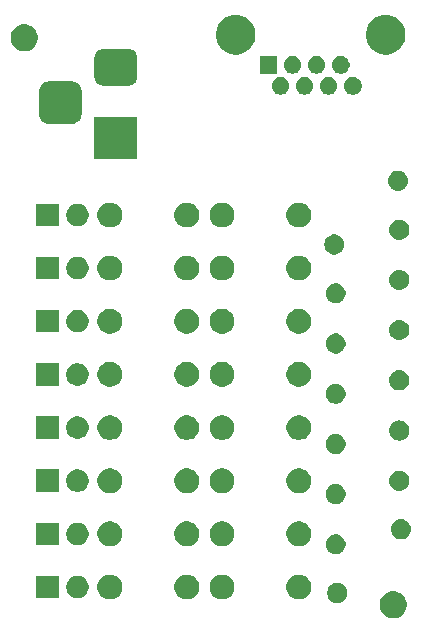
<source format=gbr>
G04 #@! TF.GenerationSoftware,KiCad,Pcbnew,(5.1.4)-1*
G04 #@! TF.CreationDate,2020-01-04T22:14:38+00:00*
G04 #@! TF.ProjectId,SPS-SN2-IOTester,5350532d-534e-4322-9d49-4f5465737465,1*
G04 #@! TF.SameCoordinates,Original*
G04 #@! TF.FileFunction,Soldermask,Bot*
G04 #@! TF.FilePolarity,Negative*
%FSLAX46Y46*%
G04 Gerber Fmt 4.6, Leading zero omitted, Abs format (unit mm)*
G04 Created by KiCad (PCBNEW (5.1.4)-1) date 2020-01-04 22:14:38*
%MOMM*%
%LPD*%
G04 APERTURE LIST*
%ADD10C,0.100000*%
G04 APERTURE END LIST*
D10*
G36*
X115474549Y-85621116D02*
G01*
X115585734Y-85643232D01*
X115795203Y-85729997D01*
X115983720Y-85855960D01*
X116144040Y-86016280D01*
X116270003Y-86204797D01*
X116356768Y-86414266D01*
X116401000Y-86636636D01*
X116401000Y-86863364D01*
X116356768Y-87085734D01*
X116270003Y-87295203D01*
X116144040Y-87483720D01*
X115983720Y-87644040D01*
X115795203Y-87770003D01*
X115585734Y-87856768D01*
X115474549Y-87878884D01*
X115363365Y-87901000D01*
X115136635Y-87901000D01*
X115025451Y-87878884D01*
X114914266Y-87856768D01*
X114704797Y-87770003D01*
X114516280Y-87644040D01*
X114355960Y-87483720D01*
X114229997Y-87295203D01*
X114143232Y-87085734D01*
X114099000Y-86863364D01*
X114099000Y-86636636D01*
X114143232Y-86414266D01*
X114229997Y-86204797D01*
X114355960Y-86016280D01*
X114516280Y-85855960D01*
X114704797Y-85729997D01*
X114914266Y-85643232D01*
X115025451Y-85621116D01*
X115136635Y-85599000D01*
X115363365Y-85599000D01*
X115474549Y-85621116D01*
X115474549Y-85621116D01*
G37*
G36*
X110748228Y-84931703D02*
G01*
X110903100Y-84995853D01*
X111042481Y-85088985D01*
X111161015Y-85207519D01*
X111254147Y-85346900D01*
X111318297Y-85501772D01*
X111351000Y-85666184D01*
X111351000Y-85833816D01*
X111318297Y-85998228D01*
X111254147Y-86153100D01*
X111161015Y-86292481D01*
X111042481Y-86411015D01*
X110903100Y-86504147D01*
X110748228Y-86568297D01*
X110583816Y-86601000D01*
X110416184Y-86601000D01*
X110251772Y-86568297D01*
X110096900Y-86504147D01*
X109957519Y-86411015D01*
X109838985Y-86292481D01*
X109745853Y-86153100D01*
X109681703Y-85998228D01*
X109649000Y-85833816D01*
X109649000Y-85666184D01*
X109681703Y-85501772D01*
X109745853Y-85346900D01*
X109838985Y-85207519D01*
X109957519Y-85088985D01*
X110096900Y-84995853D01*
X110251772Y-84931703D01*
X110416184Y-84899000D01*
X110583816Y-84899000D01*
X110748228Y-84931703D01*
X110748228Y-84931703D01*
G37*
G36*
X107556564Y-84239389D02*
G01*
X107747833Y-84318615D01*
X107747835Y-84318616D01*
X107773174Y-84335547D01*
X107919973Y-84433635D01*
X108066365Y-84580027D01*
X108181385Y-84752167D01*
X108260611Y-84943436D01*
X108301000Y-85146484D01*
X108301000Y-85353516D01*
X108260611Y-85556564D01*
X108188773Y-85729996D01*
X108181384Y-85747835D01*
X108066365Y-85919973D01*
X107919973Y-86066365D01*
X107747835Y-86181384D01*
X107747834Y-86181385D01*
X107747833Y-86181385D01*
X107556564Y-86260611D01*
X107353516Y-86301000D01*
X107146484Y-86301000D01*
X106943436Y-86260611D01*
X106752167Y-86181385D01*
X106752166Y-86181385D01*
X106752165Y-86181384D01*
X106580027Y-86066365D01*
X106433635Y-85919973D01*
X106318616Y-85747835D01*
X106311227Y-85729996D01*
X106239389Y-85556564D01*
X106199000Y-85353516D01*
X106199000Y-85146484D01*
X106239389Y-84943436D01*
X106318615Y-84752167D01*
X106433635Y-84580027D01*
X106580027Y-84433635D01*
X106726826Y-84335547D01*
X106752165Y-84318616D01*
X106752167Y-84318615D01*
X106943436Y-84239389D01*
X107146484Y-84199000D01*
X107353516Y-84199000D01*
X107556564Y-84239389D01*
X107556564Y-84239389D01*
G37*
G36*
X98056564Y-84239389D02*
G01*
X98247833Y-84318615D01*
X98247835Y-84318616D01*
X98273174Y-84335547D01*
X98419973Y-84433635D01*
X98566365Y-84580027D01*
X98681385Y-84752167D01*
X98760611Y-84943436D01*
X98801000Y-85146484D01*
X98801000Y-85353516D01*
X98760611Y-85556564D01*
X98688773Y-85729996D01*
X98681384Y-85747835D01*
X98566365Y-85919973D01*
X98419973Y-86066365D01*
X98247835Y-86181384D01*
X98247834Y-86181385D01*
X98247833Y-86181385D01*
X98056564Y-86260611D01*
X97853516Y-86301000D01*
X97646484Y-86301000D01*
X97443436Y-86260611D01*
X97252167Y-86181385D01*
X97252166Y-86181385D01*
X97252165Y-86181384D01*
X97080027Y-86066365D01*
X96933635Y-85919973D01*
X96818616Y-85747835D01*
X96811227Y-85729996D01*
X96739389Y-85556564D01*
X96699000Y-85353516D01*
X96699000Y-85146484D01*
X96739389Y-84943436D01*
X96818615Y-84752167D01*
X96933635Y-84580027D01*
X97080027Y-84433635D01*
X97226826Y-84335547D01*
X97252165Y-84318616D01*
X97252167Y-84318615D01*
X97443436Y-84239389D01*
X97646484Y-84199000D01*
X97853516Y-84199000D01*
X98056564Y-84239389D01*
X98056564Y-84239389D01*
G37*
G36*
X101056564Y-84239389D02*
G01*
X101247833Y-84318615D01*
X101247835Y-84318616D01*
X101273174Y-84335547D01*
X101419973Y-84433635D01*
X101566365Y-84580027D01*
X101681385Y-84752167D01*
X101760611Y-84943436D01*
X101801000Y-85146484D01*
X101801000Y-85353516D01*
X101760611Y-85556564D01*
X101688773Y-85729996D01*
X101681384Y-85747835D01*
X101566365Y-85919973D01*
X101419973Y-86066365D01*
X101247835Y-86181384D01*
X101247834Y-86181385D01*
X101247833Y-86181385D01*
X101056564Y-86260611D01*
X100853516Y-86301000D01*
X100646484Y-86301000D01*
X100443436Y-86260611D01*
X100252167Y-86181385D01*
X100252166Y-86181385D01*
X100252165Y-86181384D01*
X100080027Y-86066365D01*
X99933635Y-85919973D01*
X99818616Y-85747835D01*
X99811227Y-85729996D01*
X99739389Y-85556564D01*
X99699000Y-85353516D01*
X99699000Y-85146484D01*
X99739389Y-84943436D01*
X99818615Y-84752167D01*
X99933635Y-84580027D01*
X100080027Y-84433635D01*
X100226826Y-84335547D01*
X100252165Y-84318616D01*
X100252167Y-84318615D01*
X100443436Y-84239389D01*
X100646484Y-84199000D01*
X100853516Y-84199000D01*
X101056564Y-84239389D01*
X101056564Y-84239389D01*
G37*
G36*
X91556564Y-84239389D02*
G01*
X91747833Y-84318615D01*
X91747835Y-84318616D01*
X91773174Y-84335547D01*
X91919973Y-84433635D01*
X92066365Y-84580027D01*
X92181385Y-84752167D01*
X92260611Y-84943436D01*
X92301000Y-85146484D01*
X92301000Y-85353516D01*
X92260611Y-85556564D01*
X92188773Y-85729996D01*
X92181384Y-85747835D01*
X92066365Y-85919973D01*
X91919973Y-86066365D01*
X91747835Y-86181384D01*
X91747834Y-86181385D01*
X91747833Y-86181385D01*
X91556564Y-86260611D01*
X91353516Y-86301000D01*
X91146484Y-86301000D01*
X90943436Y-86260611D01*
X90752167Y-86181385D01*
X90752166Y-86181385D01*
X90752165Y-86181384D01*
X90580027Y-86066365D01*
X90433635Y-85919973D01*
X90318616Y-85747835D01*
X90311227Y-85729996D01*
X90239389Y-85556564D01*
X90199000Y-85353516D01*
X90199000Y-85146484D01*
X90239389Y-84943436D01*
X90318615Y-84752167D01*
X90433635Y-84580027D01*
X90580027Y-84433635D01*
X90726826Y-84335547D01*
X90752165Y-84318616D01*
X90752167Y-84318615D01*
X90943436Y-84239389D01*
X91146484Y-84199000D01*
X91353516Y-84199000D01*
X91556564Y-84239389D01*
X91556564Y-84239389D01*
G37*
G36*
X88777395Y-84335546D02*
G01*
X88950466Y-84407234D01*
X88950467Y-84407235D01*
X89106227Y-84511310D01*
X89238690Y-84643773D01*
X89238691Y-84643775D01*
X89342766Y-84799534D01*
X89414454Y-84972605D01*
X89451000Y-85156333D01*
X89451000Y-85343667D01*
X89414454Y-85527395D01*
X89342766Y-85700466D01*
X89323034Y-85729997D01*
X89238690Y-85856227D01*
X89106227Y-85988690D01*
X89064935Y-86016280D01*
X88950466Y-86092766D01*
X88777395Y-86164454D01*
X88593667Y-86201000D01*
X88406333Y-86201000D01*
X88222605Y-86164454D01*
X88049534Y-86092766D01*
X87935065Y-86016280D01*
X87893773Y-85988690D01*
X87761310Y-85856227D01*
X87676966Y-85729997D01*
X87657234Y-85700466D01*
X87585546Y-85527395D01*
X87549000Y-85343667D01*
X87549000Y-85156333D01*
X87585546Y-84972605D01*
X87657234Y-84799534D01*
X87761309Y-84643775D01*
X87761310Y-84643773D01*
X87893773Y-84511310D01*
X88049533Y-84407235D01*
X88049534Y-84407234D01*
X88222605Y-84335546D01*
X88406333Y-84299000D01*
X88593667Y-84299000D01*
X88777395Y-84335546D01*
X88777395Y-84335546D01*
G37*
G36*
X86911000Y-86201000D02*
G01*
X85009000Y-86201000D01*
X85009000Y-84299000D01*
X86911000Y-84299000D01*
X86911000Y-86201000D01*
X86911000Y-86201000D01*
G37*
G36*
X110610074Y-80819857D02*
G01*
X110764946Y-80884007D01*
X110904327Y-80977139D01*
X111022861Y-81095673D01*
X111115993Y-81235054D01*
X111180143Y-81389926D01*
X111212846Y-81554338D01*
X111212846Y-81721970D01*
X111180143Y-81886382D01*
X111115993Y-82041254D01*
X111022861Y-82180635D01*
X110904327Y-82299169D01*
X110764946Y-82392301D01*
X110610074Y-82456451D01*
X110445662Y-82489154D01*
X110278030Y-82489154D01*
X110113618Y-82456451D01*
X109958746Y-82392301D01*
X109819365Y-82299169D01*
X109700831Y-82180635D01*
X109607699Y-82041254D01*
X109543549Y-81886382D01*
X109510846Y-81721970D01*
X109510846Y-81554338D01*
X109543549Y-81389926D01*
X109607699Y-81235054D01*
X109700831Y-81095673D01*
X109819365Y-80977139D01*
X109958746Y-80884007D01*
X110113618Y-80819857D01*
X110278030Y-80787154D01*
X110445662Y-80787154D01*
X110610074Y-80819857D01*
X110610074Y-80819857D01*
G37*
G36*
X98056564Y-79739389D02*
G01*
X98247833Y-79818615D01*
X98247835Y-79818616D01*
X98419973Y-79933635D01*
X98566365Y-80080027D01*
X98643202Y-80195021D01*
X98681385Y-80252167D01*
X98760611Y-80443436D01*
X98801000Y-80646484D01*
X98801000Y-80853516D01*
X98760611Y-81056564D01*
X98700977Y-81200533D01*
X98681384Y-81247835D01*
X98566365Y-81419973D01*
X98419973Y-81566365D01*
X98247835Y-81681384D01*
X98247834Y-81681385D01*
X98247833Y-81681385D01*
X98056564Y-81760611D01*
X97853516Y-81801000D01*
X97646484Y-81801000D01*
X97443436Y-81760611D01*
X97252167Y-81681385D01*
X97252166Y-81681385D01*
X97252165Y-81681384D01*
X97080027Y-81566365D01*
X96933635Y-81419973D01*
X96818616Y-81247835D01*
X96799023Y-81200533D01*
X96739389Y-81056564D01*
X96699000Y-80853516D01*
X96699000Y-80646484D01*
X96739389Y-80443436D01*
X96818615Y-80252167D01*
X96856799Y-80195021D01*
X96933635Y-80080027D01*
X97080027Y-79933635D01*
X97252165Y-79818616D01*
X97252167Y-79818615D01*
X97443436Y-79739389D01*
X97646484Y-79699000D01*
X97853516Y-79699000D01*
X98056564Y-79739389D01*
X98056564Y-79739389D01*
G37*
G36*
X101056564Y-79739389D02*
G01*
X101247833Y-79818615D01*
X101247835Y-79818616D01*
X101419973Y-79933635D01*
X101566365Y-80080027D01*
X101643202Y-80195021D01*
X101681385Y-80252167D01*
X101760611Y-80443436D01*
X101801000Y-80646484D01*
X101801000Y-80853516D01*
X101760611Y-81056564D01*
X101700977Y-81200533D01*
X101681384Y-81247835D01*
X101566365Y-81419973D01*
X101419973Y-81566365D01*
X101247835Y-81681384D01*
X101247834Y-81681385D01*
X101247833Y-81681385D01*
X101056564Y-81760611D01*
X100853516Y-81801000D01*
X100646484Y-81801000D01*
X100443436Y-81760611D01*
X100252167Y-81681385D01*
X100252166Y-81681385D01*
X100252165Y-81681384D01*
X100080027Y-81566365D01*
X99933635Y-81419973D01*
X99818616Y-81247835D01*
X99799023Y-81200533D01*
X99739389Y-81056564D01*
X99699000Y-80853516D01*
X99699000Y-80646484D01*
X99739389Y-80443436D01*
X99818615Y-80252167D01*
X99856799Y-80195021D01*
X99933635Y-80080027D01*
X100080027Y-79933635D01*
X100252165Y-79818616D01*
X100252167Y-79818615D01*
X100443436Y-79739389D01*
X100646484Y-79699000D01*
X100853516Y-79699000D01*
X101056564Y-79739389D01*
X101056564Y-79739389D01*
G37*
G36*
X107556564Y-79739389D02*
G01*
X107747833Y-79818615D01*
X107747835Y-79818616D01*
X107919973Y-79933635D01*
X108066365Y-80080027D01*
X108143202Y-80195021D01*
X108181385Y-80252167D01*
X108260611Y-80443436D01*
X108301000Y-80646484D01*
X108301000Y-80853516D01*
X108260611Y-81056564D01*
X108200977Y-81200533D01*
X108181384Y-81247835D01*
X108066365Y-81419973D01*
X107919973Y-81566365D01*
X107747835Y-81681384D01*
X107747834Y-81681385D01*
X107747833Y-81681385D01*
X107556564Y-81760611D01*
X107353516Y-81801000D01*
X107146484Y-81801000D01*
X106943436Y-81760611D01*
X106752167Y-81681385D01*
X106752166Y-81681385D01*
X106752165Y-81681384D01*
X106580027Y-81566365D01*
X106433635Y-81419973D01*
X106318616Y-81247835D01*
X106299023Y-81200533D01*
X106239389Y-81056564D01*
X106199000Y-80853516D01*
X106199000Y-80646484D01*
X106239389Y-80443436D01*
X106318615Y-80252167D01*
X106356799Y-80195021D01*
X106433635Y-80080027D01*
X106580027Y-79933635D01*
X106752165Y-79818616D01*
X106752167Y-79818615D01*
X106943436Y-79739389D01*
X107146484Y-79699000D01*
X107353516Y-79699000D01*
X107556564Y-79739389D01*
X107556564Y-79739389D01*
G37*
G36*
X91556564Y-79739389D02*
G01*
X91747833Y-79818615D01*
X91747835Y-79818616D01*
X91919973Y-79933635D01*
X92066365Y-80080027D01*
X92143202Y-80195021D01*
X92181385Y-80252167D01*
X92260611Y-80443436D01*
X92301000Y-80646484D01*
X92301000Y-80853516D01*
X92260611Y-81056564D01*
X92200977Y-81200533D01*
X92181384Y-81247835D01*
X92066365Y-81419973D01*
X91919973Y-81566365D01*
X91747835Y-81681384D01*
X91747834Y-81681385D01*
X91747833Y-81681385D01*
X91556564Y-81760611D01*
X91353516Y-81801000D01*
X91146484Y-81801000D01*
X90943436Y-81760611D01*
X90752167Y-81681385D01*
X90752166Y-81681385D01*
X90752165Y-81681384D01*
X90580027Y-81566365D01*
X90433635Y-81419973D01*
X90318616Y-81247835D01*
X90299023Y-81200533D01*
X90239389Y-81056564D01*
X90199000Y-80853516D01*
X90199000Y-80646484D01*
X90239389Y-80443436D01*
X90318615Y-80252167D01*
X90356799Y-80195021D01*
X90433635Y-80080027D01*
X90580027Y-79933635D01*
X90752165Y-79818616D01*
X90752167Y-79818615D01*
X90943436Y-79739389D01*
X91146484Y-79699000D01*
X91353516Y-79699000D01*
X91556564Y-79739389D01*
X91556564Y-79739389D01*
G37*
G36*
X88777395Y-79835546D02*
G01*
X88950466Y-79907234D01*
X88950467Y-79907235D01*
X89106227Y-80011310D01*
X89238690Y-80143773D01*
X89238691Y-80143775D01*
X89342766Y-80299534D01*
X89414454Y-80472605D01*
X89451000Y-80656333D01*
X89451000Y-80843667D01*
X89414454Y-81027395D01*
X89342766Y-81200466D01*
X89342765Y-81200467D01*
X89238690Y-81356227D01*
X89106227Y-81488690D01*
X89027818Y-81541081D01*
X88950466Y-81592766D01*
X88777395Y-81664454D01*
X88593667Y-81701000D01*
X88406333Y-81701000D01*
X88222605Y-81664454D01*
X88049534Y-81592766D01*
X87972182Y-81541081D01*
X87893773Y-81488690D01*
X87761310Y-81356227D01*
X87657235Y-81200467D01*
X87657234Y-81200466D01*
X87585546Y-81027395D01*
X87549000Y-80843667D01*
X87549000Y-80656333D01*
X87585546Y-80472605D01*
X87657234Y-80299534D01*
X87761309Y-80143775D01*
X87761310Y-80143773D01*
X87893773Y-80011310D01*
X88049533Y-79907235D01*
X88049534Y-79907234D01*
X88222605Y-79835546D01*
X88406333Y-79799000D01*
X88593667Y-79799000D01*
X88777395Y-79835546D01*
X88777395Y-79835546D01*
G37*
G36*
X86911000Y-81701000D02*
G01*
X85009000Y-81701000D01*
X85009000Y-79799000D01*
X86911000Y-79799000D01*
X86911000Y-81701000D01*
X86911000Y-81701000D01*
G37*
G36*
X116054977Y-79523159D02*
G01*
X116215396Y-79571822D01*
X116348060Y-79642732D01*
X116363232Y-79650842D01*
X116492813Y-79757187D01*
X116599158Y-79886768D01*
X116599159Y-79886770D01*
X116678178Y-80034604D01*
X116726841Y-80195023D01*
X116743271Y-80361846D01*
X116726841Y-80528669D01*
X116678178Y-80689088D01*
X116608280Y-80819857D01*
X116599158Y-80836924D01*
X116492813Y-80966505D01*
X116363232Y-81072850D01*
X116363230Y-81072851D01*
X116215396Y-81151870D01*
X116054977Y-81200533D01*
X115929958Y-81212846D01*
X115846350Y-81212846D01*
X115721331Y-81200533D01*
X115560912Y-81151870D01*
X115413078Y-81072851D01*
X115413076Y-81072850D01*
X115283495Y-80966505D01*
X115177150Y-80836924D01*
X115168028Y-80819857D01*
X115098130Y-80689088D01*
X115049467Y-80528669D01*
X115033037Y-80361846D01*
X115049467Y-80195023D01*
X115098130Y-80034604D01*
X115177149Y-79886770D01*
X115177150Y-79886768D01*
X115283495Y-79757187D01*
X115413076Y-79650842D01*
X115428248Y-79642732D01*
X115560912Y-79571822D01*
X115721331Y-79523159D01*
X115846350Y-79510846D01*
X115929958Y-79510846D01*
X116054977Y-79523159D01*
X116054977Y-79523159D01*
G37*
G36*
X110610074Y-76569857D02*
G01*
X110764946Y-76634007D01*
X110904327Y-76727139D01*
X111022861Y-76845673D01*
X111115993Y-76985054D01*
X111180143Y-77139926D01*
X111212846Y-77304338D01*
X111212846Y-77471970D01*
X111180143Y-77636382D01*
X111115993Y-77791254D01*
X111022861Y-77930635D01*
X110904327Y-78049169D01*
X110764946Y-78142301D01*
X110610074Y-78206451D01*
X110445662Y-78239154D01*
X110278030Y-78239154D01*
X110113618Y-78206451D01*
X109958746Y-78142301D01*
X109819365Y-78049169D01*
X109700831Y-77930635D01*
X109607699Y-77791254D01*
X109543549Y-77636382D01*
X109510846Y-77471970D01*
X109510846Y-77304338D01*
X109543549Y-77139926D01*
X109607699Y-76985054D01*
X109700831Y-76845673D01*
X109819365Y-76727139D01*
X109958746Y-76634007D01*
X110113618Y-76569857D01*
X110278030Y-76537154D01*
X110445662Y-76537154D01*
X110610074Y-76569857D01*
X110610074Y-76569857D01*
G37*
G36*
X91556564Y-75239389D02*
G01*
X91747833Y-75318615D01*
X91747835Y-75318616D01*
X91773174Y-75335547D01*
X91919973Y-75433635D01*
X92066365Y-75580027D01*
X92181385Y-75752167D01*
X92260611Y-75943436D01*
X92301000Y-76146484D01*
X92301000Y-76353516D01*
X92260611Y-76556564D01*
X92181385Y-76747833D01*
X92181384Y-76747835D01*
X92066365Y-76919973D01*
X91919973Y-77066365D01*
X91747835Y-77181384D01*
X91747834Y-77181385D01*
X91747833Y-77181385D01*
X91556564Y-77260611D01*
X91353516Y-77301000D01*
X91146484Y-77301000D01*
X90943436Y-77260611D01*
X90752167Y-77181385D01*
X90752166Y-77181385D01*
X90752165Y-77181384D01*
X90580027Y-77066365D01*
X90433635Y-76919973D01*
X90318616Y-76747835D01*
X90318615Y-76747833D01*
X90239389Y-76556564D01*
X90199000Y-76353516D01*
X90199000Y-76146484D01*
X90239389Y-75943436D01*
X90318615Y-75752167D01*
X90433635Y-75580027D01*
X90580027Y-75433635D01*
X90726826Y-75335547D01*
X90752165Y-75318616D01*
X90752167Y-75318615D01*
X90943436Y-75239389D01*
X91146484Y-75199000D01*
X91353516Y-75199000D01*
X91556564Y-75239389D01*
X91556564Y-75239389D01*
G37*
G36*
X98056564Y-75239389D02*
G01*
X98247833Y-75318615D01*
X98247835Y-75318616D01*
X98273174Y-75335547D01*
X98419973Y-75433635D01*
X98566365Y-75580027D01*
X98681385Y-75752167D01*
X98760611Y-75943436D01*
X98801000Y-76146484D01*
X98801000Y-76353516D01*
X98760611Y-76556564D01*
X98681385Y-76747833D01*
X98681384Y-76747835D01*
X98566365Y-76919973D01*
X98419973Y-77066365D01*
X98247835Y-77181384D01*
X98247834Y-77181385D01*
X98247833Y-77181385D01*
X98056564Y-77260611D01*
X97853516Y-77301000D01*
X97646484Y-77301000D01*
X97443436Y-77260611D01*
X97252167Y-77181385D01*
X97252166Y-77181385D01*
X97252165Y-77181384D01*
X97080027Y-77066365D01*
X96933635Y-76919973D01*
X96818616Y-76747835D01*
X96818615Y-76747833D01*
X96739389Y-76556564D01*
X96699000Y-76353516D01*
X96699000Y-76146484D01*
X96739389Y-75943436D01*
X96818615Y-75752167D01*
X96933635Y-75580027D01*
X97080027Y-75433635D01*
X97226826Y-75335547D01*
X97252165Y-75318616D01*
X97252167Y-75318615D01*
X97443436Y-75239389D01*
X97646484Y-75199000D01*
X97853516Y-75199000D01*
X98056564Y-75239389D01*
X98056564Y-75239389D01*
G37*
G36*
X107556564Y-75239389D02*
G01*
X107747833Y-75318615D01*
X107747835Y-75318616D01*
X107773174Y-75335547D01*
X107919973Y-75433635D01*
X108066365Y-75580027D01*
X108181385Y-75752167D01*
X108260611Y-75943436D01*
X108301000Y-76146484D01*
X108301000Y-76353516D01*
X108260611Y-76556564D01*
X108181385Y-76747833D01*
X108181384Y-76747835D01*
X108066365Y-76919973D01*
X107919973Y-77066365D01*
X107747835Y-77181384D01*
X107747834Y-77181385D01*
X107747833Y-77181385D01*
X107556564Y-77260611D01*
X107353516Y-77301000D01*
X107146484Y-77301000D01*
X106943436Y-77260611D01*
X106752167Y-77181385D01*
X106752166Y-77181385D01*
X106752165Y-77181384D01*
X106580027Y-77066365D01*
X106433635Y-76919973D01*
X106318616Y-76747835D01*
X106318615Y-76747833D01*
X106239389Y-76556564D01*
X106199000Y-76353516D01*
X106199000Y-76146484D01*
X106239389Y-75943436D01*
X106318615Y-75752167D01*
X106433635Y-75580027D01*
X106580027Y-75433635D01*
X106726826Y-75335547D01*
X106752165Y-75318616D01*
X106752167Y-75318615D01*
X106943436Y-75239389D01*
X107146484Y-75199000D01*
X107353516Y-75199000D01*
X107556564Y-75239389D01*
X107556564Y-75239389D01*
G37*
G36*
X101056564Y-75239389D02*
G01*
X101247833Y-75318615D01*
X101247835Y-75318616D01*
X101273174Y-75335547D01*
X101419973Y-75433635D01*
X101566365Y-75580027D01*
X101681385Y-75752167D01*
X101760611Y-75943436D01*
X101801000Y-76146484D01*
X101801000Y-76353516D01*
X101760611Y-76556564D01*
X101681385Y-76747833D01*
X101681384Y-76747835D01*
X101566365Y-76919973D01*
X101419973Y-77066365D01*
X101247835Y-77181384D01*
X101247834Y-77181385D01*
X101247833Y-77181385D01*
X101056564Y-77260611D01*
X100853516Y-77301000D01*
X100646484Y-77301000D01*
X100443436Y-77260611D01*
X100252167Y-77181385D01*
X100252166Y-77181385D01*
X100252165Y-77181384D01*
X100080027Y-77066365D01*
X99933635Y-76919973D01*
X99818616Y-76747835D01*
X99818615Y-76747833D01*
X99739389Y-76556564D01*
X99699000Y-76353516D01*
X99699000Y-76146484D01*
X99739389Y-75943436D01*
X99818615Y-75752167D01*
X99933635Y-75580027D01*
X100080027Y-75433635D01*
X100226826Y-75335547D01*
X100252165Y-75318616D01*
X100252167Y-75318615D01*
X100443436Y-75239389D01*
X100646484Y-75199000D01*
X100853516Y-75199000D01*
X101056564Y-75239389D01*
X101056564Y-75239389D01*
G37*
G36*
X88777395Y-75335546D02*
G01*
X88950466Y-75407234D01*
X88956572Y-75411314D01*
X89106227Y-75511310D01*
X89238690Y-75643773D01*
X89291081Y-75722182D01*
X89342766Y-75799534D01*
X89414454Y-75972605D01*
X89451000Y-76156333D01*
X89451000Y-76343667D01*
X89414454Y-76527395D01*
X89342766Y-76700466D01*
X89311116Y-76747833D01*
X89238690Y-76856227D01*
X89106227Y-76988690D01*
X89029400Y-77040024D01*
X88950466Y-77092766D01*
X88777395Y-77164454D01*
X88593667Y-77201000D01*
X88406333Y-77201000D01*
X88222605Y-77164454D01*
X88049534Y-77092766D01*
X87970600Y-77040024D01*
X87893773Y-76988690D01*
X87761310Y-76856227D01*
X87688884Y-76747833D01*
X87657234Y-76700466D01*
X87585546Y-76527395D01*
X87549000Y-76343667D01*
X87549000Y-76156333D01*
X87585546Y-75972605D01*
X87657234Y-75799534D01*
X87708919Y-75722182D01*
X87761310Y-75643773D01*
X87893773Y-75511310D01*
X88043428Y-75411314D01*
X88049534Y-75407234D01*
X88222605Y-75335546D01*
X88406333Y-75299000D01*
X88593667Y-75299000D01*
X88777395Y-75335546D01*
X88777395Y-75335546D01*
G37*
G36*
X86911000Y-77201000D02*
G01*
X85009000Y-77201000D01*
X85009000Y-75299000D01*
X86911000Y-75299000D01*
X86911000Y-77201000D01*
X86911000Y-77201000D01*
G37*
G36*
X115916823Y-75411313D02*
G01*
X116077242Y-75459976D01*
X116173279Y-75511309D01*
X116225078Y-75538996D01*
X116354659Y-75645341D01*
X116461004Y-75774922D01*
X116461005Y-75774924D01*
X116540024Y-75922758D01*
X116588687Y-76083177D01*
X116605117Y-76250000D01*
X116588687Y-76416823D01*
X116540024Y-76577242D01*
X116509683Y-76634006D01*
X116461004Y-76725078D01*
X116354659Y-76854659D01*
X116225078Y-76961004D01*
X116225076Y-76961005D01*
X116077242Y-77040024D01*
X115916823Y-77088687D01*
X115791804Y-77101000D01*
X115708196Y-77101000D01*
X115583177Y-77088687D01*
X115422758Y-77040024D01*
X115274924Y-76961005D01*
X115274922Y-76961004D01*
X115145341Y-76854659D01*
X115038996Y-76725078D01*
X114990317Y-76634006D01*
X114959976Y-76577242D01*
X114911313Y-76416823D01*
X114894883Y-76250000D01*
X114911313Y-76083177D01*
X114959976Y-75922758D01*
X115038995Y-75774924D01*
X115038996Y-75774922D01*
X115145341Y-75645341D01*
X115274922Y-75538996D01*
X115326721Y-75511309D01*
X115422758Y-75459976D01*
X115583177Y-75411313D01*
X115708196Y-75399000D01*
X115791804Y-75399000D01*
X115916823Y-75411313D01*
X115916823Y-75411313D01*
G37*
G36*
X110610074Y-72319857D02*
G01*
X110764946Y-72384007D01*
X110904327Y-72477139D01*
X111022861Y-72595673D01*
X111115993Y-72735054D01*
X111180143Y-72889926D01*
X111212846Y-73054338D01*
X111212846Y-73221970D01*
X111180143Y-73386382D01*
X111115993Y-73541254D01*
X111022861Y-73680635D01*
X110904327Y-73799169D01*
X110764946Y-73892301D01*
X110610074Y-73956451D01*
X110445662Y-73989154D01*
X110278030Y-73989154D01*
X110113618Y-73956451D01*
X109958746Y-73892301D01*
X109819365Y-73799169D01*
X109700831Y-73680635D01*
X109607699Y-73541254D01*
X109543549Y-73386382D01*
X109510846Y-73221970D01*
X109510846Y-73054338D01*
X109543549Y-72889926D01*
X109607699Y-72735054D01*
X109700831Y-72595673D01*
X109819365Y-72477139D01*
X109958746Y-72384007D01*
X110113618Y-72319857D01*
X110278030Y-72287154D01*
X110445662Y-72287154D01*
X110610074Y-72319857D01*
X110610074Y-72319857D01*
G37*
G36*
X115916823Y-71161313D02*
G01*
X116077242Y-71209976D01*
X116209906Y-71280886D01*
X116225078Y-71288996D01*
X116354659Y-71395341D01*
X116461004Y-71524922D01*
X116461005Y-71524924D01*
X116540024Y-71672758D01*
X116588687Y-71833177D01*
X116605117Y-72000000D01*
X116588687Y-72166823D01*
X116540024Y-72327242D01*
X116524532Y-72356225D01*
X116461004Y-72475078D01*
X116354659Y-72604659D01*
X116225078Y-72711004D01*
X116225076Y-72711005D01*
X116077242Y-72790024D01*
X115916823Y-72838687D01*
X115791804Y-72851000D01*
X115708196Y-72851000D01*
X115583177Y-72838687D01*
X115422758Y-72790024D01*
X115274924Y-72711005D01*
X115274922Y-72711004D01*
X115145341Y-72604659D01*
X115038996Y-72475078D01*
X114975468Y-72356225D01*
X114959976Y-72327242D01*
X114911313Y-72166823D01*
X114894883Y-72000000D01*
X114911313Y-71833177D01*
X114959976Y-71672758D01*
X115038995Y-71524924D01*
X115038996Y-71524922D01*
X115145341Y-71395341D01*
X115274922Y-71288996D01*
X115290094Y-71280886D01*
X115422758Y-71209976D01*
X115583177Y-71161313D01*
X115708196Y-71149000D01*
X115791804Y-71149000D01*
X115916823Y-71161313D01*
X115916823Y-71161313D01*
G37*
G36*
X101056564Y-70739389D02*
G01*
X101247833Y-70818615D01*
X101247835Y-70818616D01*
X101419973Y-70933635D01*
X101566365Y-71080027D01*
X101653194Y-71209975D01*
X101681385Y-71252167D01*
X101760611Y-71443436D01*
X101801000Y-71646484D01*
X101801000Y-71853516D01*
X101760611Y-72056564D01*
X101681385Y-72247833D01*
X101681384Y-72247835D01*
X101566365Y-72419973D01*
X101419973Y-72566365D01*
X101247835Y-72681384D01*
X101247834Y-72681385D01*
X101247833Y-72681385D01*
X101056564Y-72760611D01*
X100853516Y-72801000D01*
X100646484Y-72801000D01*
X100443436Y-72760611D01*
X100252167Y-72681385D01*
X100252166Y-72681385D01*
X100252165Y-72681384D01*
X100080027Y-72566365D01*
X99933635Y-72419973D01*
X99818616Y-72247835D01*
X99818615Y-72247833D01*
X99739389Y-72056564D01*
X99699000Y-71853516D01*
X99699000Y-71646484D01*
X99739389Y-71443436D01*
X99818615Y-71252167D01*
X99846807Y-71209975D01*
X99933635Y-71080027D01*
X100080027Y-70933635D01*
X100252165Y-70818616D01*
X100252167Y-70818615D01*
X100443436Y-70739389D01*
X100646484Y-70699000D01*
X100853516Y-70699000D01*
X101056564Y-70739389D01*
X101056564Y-70739389D01*
G37*
G36*
X98056564Y-70739389D02*
G01*
X98247833Y-70818615D01*
X98247835Y-70818616D01*
X98419973Y-70933635D01*
X98566365Y-71080027D01*
X98653194Y-71209975D01*
X98681385Y-71252167D01*
X98760611Y-71443436D01*
X98801000Y-71646484D01*
X98801000Y-71853516D01*
X98760611Y-72056564D01*
X98681385Y-72247833D01*
X98681384Y-72247835D01*
X98566365Y-72419973D01*
X98419973Y-72566365D01*
X98247835Y-72681384D01*
X98247834Y-72681385D01*
X98247833Y-72681385D01*
X98056564Y-72760611D01*
X97853516Y-72801000D01*
X97646484Y-72801000D01*
X97443436Y-72760611D01*
X97252167Y-72681385D01*
X97252166Y-72681385D01*
X97252165Y-72681384D01*
X97080027Y-72566365D01*
X96933635Y-72419973D01*
X96818616Y-72247835D01*
X96818615Y-72247833D01*
X96739389Y-72056564D01*
X96699000Y-71853516D01*
X96699000Y-71646484D01*
X96739389Y-71443436D01*
X96818615Y-71252167D01*
X96846807Y-71209975D01*
X96933635Y-71080027D01*
X97080027Y-70933635D01*
X97252165Y-70818616D01*
X97252167Y-70818615D01*
X97443436Y-70739389D01*
X97646484Y-70699000D01*
X97853516Y-70699000D01*
X98056564Y-70739389D01*
X98056564Y-70739389D01*
G37*
G36*
X107556564Y-70739389D02*
G01*
X107747833Y-70818615D01*
X107747835Y-70818616D01*
X107919973Y-70933635D01*
X108066365Y-71080027D01*
X108153194Y-71209975D01*
X108181385Y-71252167D01*
X108260611Y-71443436D01*
X108301000Y-71646484D01*
X108301000Y-71853516D01*
X108260611Y-72056564D01*
X108181385Y-72247833D01*
X108181384Y-72247835D01*
X108066365Y-72419973D01*
X107919973Y-72566365D01*
X107747835Y-72681384D01*
X107747834Y-72681385D01*
X107747833Y-72681385D01*
X107556564Y-72760611D01*
X107353516Y-72801000D01*
X107146484Y-72801000D01*
X106943436Y-72760611D01*
X106752167Y-72681385D01*
X106752166Y-72681385D01*
X106752165Y-72681384D01*
X106580027Y-72566365D01*
X106433635Y-72419973D01*
X106318616Y-72247835D01*
X106318615Y-72247833D01*
X106239389Y-72056564D01*
X106199000Y-71853516D01*
X106199000Y-71646484D01*
X106239389Y-71443436D01*
X106318615Y-71252167D01*
X106346807Y-71209975D01*
X106433635Y-71080027D01*
X106580027Y-70933635D01*
X106752165Y-70818616D01*
X106752167Y-70818615D01*
X106943436Y-70739389D01*
X107146484Y-70699000D01*
X107353516Y-70699000D01*
X107556564Y-70739389D01*
X107556564Y-70739389D01*
G37*
G36*
X91556564Y-70739389D02*
G01*
X91747833Y-70818615D01*
X91747835Y-70818616D01*
X91919973Y-70933635D01*
X92066365Y-71080027D01*
X92153194Y-71209975D01*
X92181385Y-71252167D01*
X92260611Y-71443436D01*
X92301000Y-71646484D01*
X92301000Y-71853516D01*
X92260611Y-72056564D01*
X92181385Y-72247833D01*
X92181384Y-72247835D01*
X92066365Y-72419973D01*
X91919973Y-72566365D01*
X91747835Y-72681384D01*
X91747834Y-72681385D01*
X91747833Y-72681385D01*
X91556564Y-72760611D01*
X91353516Y-72801000D01*
X91146484Y-72801000D01*
X90943436Y-72760611D01*
X90752167Y-72681385D01*
X90752166Y-72681385D01*
X90752165Y-72681384D01*
X90580027Y-72566365D01*
X90433635Y-72419973D01*
X90318616Y-72247835D01*
X90318615Y-72247833D01*
X90239389Y-72056564D01*
X90199000Y-71853516D01*
X90199000Y-71646484D01*
X90239389Y-71443436D01*
X90318615Y-71252167D01*
X90346807Y-71209975D01*
X90433635Y-71080027D01*
X90580027Y-70933635D01*
X90752165Y-70818616D01*
X90752167Y-70818615D01*
X90943436Y-70739389D01*
X91146484Y-70699000D01*
X91353516Y-70699000D01*
X91556564Y-70739389D01*
X91556564Y-70739389D01*
G37*
G36*
X88777395Y-70835546D02*
G01*
X88950466Y-70907234D01*
X88950467Y-70907235D01*
X89106227Y-71011310D01*
X89238690Y-71143773D01*
X89282925Y-71209976D01*
X89342766Y-71299534D01*
X89414454Y-71472605D01*
X89451000Y-71656333D01*
X89451000Y-71843667D01*
X89414454Y-72027395D01*
X89342766Y-72200466D01*
X89342765Y-72200467D01*
X89238690Y-72356227D01*
X89106227Y-72488690D01*
X89027818Y-72541081D01*
X88950466Y-72592766D01*
X88777395Y-72664454D01*
X88593667Y-72701000D01*
X88406333Y-72701000D01*
X88222605Y-72664454D01*
X88049534Y-72592766D01*
X87972182Y-72541081D01*
X87893773Y-72488690D01*
X87761310Y-72356227D01*
X87657235Y-72200467D01*
X87657234Y-72200466D01*
X87585546Y-72027395D01*
X87549000Y-71843667D01*
X87549000Y-71656333D01*
X87585546Y-71472605D01*
X87657234Y-71299534D01*
X87717075Y-71209976D01*
X87761310Y-71143773D01*
X87893773Y-71011310D01*
X88049533Y-70907235D01*
X88049534Y-70907234D01*
X88222605Y-70835546D01*
X88406333Y-70799000D01*
X88593667Y-70799000D01*
X88777395Y-70835546D01*
X88777395Y-70835546D01*
G37*
G36*
X86911000Y-72701000D02*
G01*
X85009000Y-72701000D01*
X85009000Y-70799000D01*
X86911000Y-70799000D01*
X86911000Y-72701000D01*
X86911000Y-72701000D01*
G37*
G36*
X110610074Y-68069857D02*
G01*
X110764946Y-68134007D01*
X110904327Y-68227139D01*
X111022861Y-68345673D01*
X111115993Y-68485054D01*
X111180143Y-68639926D01*
X111212846Y-68804338D01*
X111212846Y-68971970D01*
X111180143Y-69136382D01*
X111115993Y-69291254D01*
X111022861Y-69430635D01*
X110904327Y-69549169D01*
X110764946Y-69642301D01*
X110610074Y-69706451D01*
X110445662Y-69739154D01*
X110278030Y-69739154D01*
X110113618Y-69706451D01*
X109958746Y-69642301D01*
X109819365Y-69549169D01*
X109700831Y-69430635D01*
X109607699Y-69291254D01*
X109543549Y-69136382D01*
X109510846Y-68971970D01*
X109510846Y-68804338D01*
X109543549Y-68639926D01*
X109607699Y-68485054D01*
X109700831Y-68345673D01*
X109819365Y-68227139D01*
X109958746Y-68134007D01*
X110113618Y-68069857D01*
X110278030Y-68037154D01*
X110445662Y-68037154D01*
X110610074Y-68069857D01*
X110610074Y-68069857D01*
G37*
G36*
X115916823Y-66911313D02*
G01*
X116077242Y-66959976D01*
X116209906Y-67030886D01*
X116225078Y-67038996D01*
X116354659Y-67145341D01*
X116461004Y-67274922D01*
X116461005Y-67274924D01*
X116540024Y-67422758D01*
X116588687Y-67583177D01*
X116605117Y-67750000D01*
X116588687Y-67916823D01*
X116540024Y-68077242D01*
X116493408Y-68164454D01*
X116461004Y-68225078D01*
X116354659Y-68354659D01*
X116225078Y-68461004D01*
X116225076Y-68461005D01*
X116077242Y-68540024D01*
X115916823Y-68588687D01*
X115791804Y-68601000D01*
X115708196Y-68601000D01*
X115583177Y-68588687D01*
X115422758Y-68540024D01*
X115274924Y-68461005D01*
X115274922Y-68461004D01*
X115145341Y-68354659D01*
X115038996Y-68225078D01*
X115006592Y-68164454D01*
X114959976Y-68077242D01*
X114911313Y-67916823D01*
X114894883Y-67750000D01*
X114911313Y-67583177D01*
X114959976Y-67422758D01*
X115038995Y-67274924D01*
X115038996Y-67274922D01*
X115145341Y-67145341D01*
X115274922Y-67038996D01*
X115290094Y-67030886D01*
X115422758Y-66959976D01*
X115583177Y-66911313D01*
X115708196Y-66899000D01*
X115791804Y-66899000D01*
X115916823Y-66911313D01*
X115916823Y-66911313D01*
G37*
G36*
X107556564Y-66239389D02*
G01*
X107747833Y-66318615D01*
X107747835Y-66318616D01*
X107773174Y-66335547D01*
X107919973Y-66433635D01*
X108066365Y-66580027D01*
X108181385Y-66752167D01*
X108260611Y-66943436D01*
X108301000Y-67146484D01*
X108301000Y-67353516D01*
X108260611Y-67556564D01*
X108181385Y-67747833D01*
X108181384Y-67747835D01*
X108066365Y-67919973D01*
X107919973Y-68066365D01*
X107747835Y-68181384D01*
X107747834Y-68181385D01*
X107747833Y-68181385D01*
X107556564Y-68260611D01*
X107353516Y-68301000D01*
X107146484Y-68301000D01*
X106943436Y-68260611D01*
X106752167Y-68181385D01*
X106752166Y-68181385D01*
X106752165Y-68181384D01*
X106580027Y-68066365D01*
X106433635Y-67919973D01*
X106318616Y-67747835D01*
X106318615Y-67747833D01*
X106239389Y-67556564D01*
X106199000Y-67353516D01*
X106199000Y-67146484D01*
X106239389Y-66943436D01*
X106318615Y-66752167D01*
X106433635Y-66580027D01*
X106580027Y-66433635D01*
X106726826Y-66335547D01*
X106752165Y-66318616D01*
X106752167Y-66318615D01*
X106943436Y-66239389D01*
X107146484Y-66199000D01*
X107353516Y-66199000D01*
X107556564Y-66239389D01*
X107556564Y-66239389D01*
G37*
G36*
X91556564Y-66239389D02*
G01*
X91747833Y-66318615D01*
X91747835Y-66318616D01*
X91773174Y-66335547D01*
X91919973Y-66433635D01*
X92066365Y-66580027D01*
X92181385Y-66752167D01*
X92260611Y-66943436D01*
X92301000Y-67146484D01*
X92301000Y-67353516D01*
X92260611Y-67556564D01*
X92181385Y-67747833D01*
X92181384Y-67747835D01*
X92066365Y-67919973D01*
X91919973Y-68066365D01*
X91747835Y-68181384D01*
X91747834Y-68181385D01*
X91747833Y-68181385D01*
X91556564Y-68260611D01*
X91353516Y-68301000D01*
X91146484Y-68301000D01*
X90943436Y-68260611D01*
X90752167Y-68181385D01*
X90752166Y-68181385D01*
X90752165Y-68181384D01*
X90580027Y-68066365D01*
X90433635Y-67919973D01*
X90318616Y-67747835D01*
X90318615Y-67747833D01*
X90239389Y-67556564D01*
X90199000Y-67353516D01*
X90199000Y-67146484D01*
X90239389Y-66943436D01*
X90318615Y-66752167D01*
X90433635Y-66580027D01*
X90580027Y-66433635D01*
X90726826Y-66335547D01*
X90752165Y-66318616D01*
X90752167Y-66318615D01*
X90943436Y-66239389D01*
X91146484Y-66199000D01*
X91353516Y-66199000D01*
X91556564Y-66239389D01*
X91556564Y-66239389D01*
G37*
G36*
X98056564Y-66239389D02*
G01*
X98247833Y-66318615D01*
X98247835Y-66318616D01*
X98273174Y-66335547D01*
X98419973Y-66433635D01*
X98566365Y-66580027D01*
X98681385Y-66752167D01*
X98760611Y-66943436D01*
X98801000Y-67146484D01*
X98801000Y-67353516D01*
X98760611Y-67556564D01*
X98681385Y-67747833D01*
X98681384Y-67747835D01*
X98566365Y-67919973D01*
X98419973Y-68066365D01*
X98247835Y-68181384D01*
X98247834Y-68181385D01*
X98247833Y-68181385D01*
X98056564Y-68260611D01*
X97853516Y-68301000D01*
X97646484Y-68301000D01*
X97443436Y-68260611D01*
X97252167Y-68181385D01*
X97252166Y-68181385D01*
X97252165Y-68181384D01*
X97080027Y-68066365D01*
X96933635Y-67919973D01*
X96818616Y-67747835D01*
X96818615Y-67747833D01*
X96739389Y-67556564D01*
X96699000Y-67353516D01*
X96699000Y-67146484D01*
X96739389Y-66943436D01*
X96818615Y-66752167D01*
X96933635Y-66580027D01*
X97080027Y-66433635D01*
X97226826Y-66335547D01*
X97252165Y-66318616D01*
X97252167Y-66318615D01*
X97443436Y-66239389D01*
X97646484Y-66199000D01*
X97853516Y-66199000D01*
X98056564Y-66239389D01*
X98056564Y-66239389D01*
G37*
G36*
X101056564Y-66239389D02*
G01*
X101247833Y-66318615D01*
X101247835Y-66318616D01*
X101273174Y-66335547D01*
X101419973Y-66433635D01*
X101566365Y-66580027D01*
X101681385Y-66752167D01*
X101760611Y-66943436D01*
X101801000Y-67146484D01*
X101801000Y-67353516D01*
X101760611Y-67556564D01*
X101681385Y-67747833D01*
X101681384Y-67747835D01*
X101566365Y-67919973D01*
X101419973Y-68066365D01*
X101247835Y-68181384D01*
X101247834Y-68181385D01*
X101247833Y-68181385D01*
X101056564Y-68260611D01*
X100853516Y-68301000D01*
X100646484Y-68301000D01*
X100443436Y-68260611D01*
X100252167Y-68181385D01*
X100252166Y-68181385D01*
X100252165Y-68181384D01*
X100080027Y-68066365D01*
X99933635Y-67919973D01*
X99818616Y-67747835D01*
X99818615Y-67747833D01*
X99739389Y-67556564D01*
X99699000Y-67353516D01*
X99699000Y-67146484D01*
X99739389Y-66943436D01*
X99818615Y-66752167D01*
X99933635Y-66580027D01*
X100080027Y-66433635D01*
X100226826Y-66335547D01*
X100252165Y-66318616D01*
X100252167Y-66318615D01*
X100443436Y-66239389D01*
X100646484Y-66199000D01*
X100853516Y-66199000D01*
X101056564Y-66239389D01*
X101056564Y-66239389D01*
G37*
G36*
X88777395Y-66335546D02*
G01*
X88950466Y-66407234D01*
X88950467Y-66407235D01*
X89106227Y-66511310D01*
X89238690Y-66643773D01*
X89238691Y-66643775D01*
X89342766Y-66799534D01*
X89414454Y-66972605D01*
X89451000Y-67156333D01*
X89451000Y-67343667D01*
X89414454Y-67527395D01*
X89342766Y-67700466D01*
X89342765Y-67700467D01*
X89238690Y-67856227D01*
X89106227Y-67988690D01*
X89033695Y-68037154D01*
X88950466Y-68092766D01*
X88777395Y-68164454D01*
X88593667Y-68201000D01*
X88406333Y-68201000D01*
X88222605Y-68164454D01*
X88049534Y-68092766D01*
X87966305Y-68037154D01*
X87893773Y-67988690D01*
X87761310Y-67856227D01*
X87657235Y-67700467D01*
X87657234Y-67700466D01*
X87585546Y-67527395D01*
X87549000Y-67343667D01*
X87549000Y-67156333D01*
X87585546Y-66972605D01*
X87657234Y-66799534D01*
X87761309Y-66643775D01*
X87761310Y-66643773D01*
X87893773Y-66511310D01*
X88049533Y-66407235D01*
X88049534Y-66407234D01*
X88222605Y-66335546D01*
X88406333Y-66299000D01*
X88593667Y-66299000D01*
X88777395Y-66335546D01*
X88777395Y-66335546D01*
G37*
G36*
X86911000Y-68201000D02*
G01*
X85009000Y-68201000D01*
X85009000Y-66299000D01*
X86911000Y-66299000D01*
X86911000Y-68201000D01*
X86911000Y-68201000D01*
G37*
G36*
X110610074Y-63819857D02*
G01*
X110764946Y-63884007D01*
X110904327Y-63977139D01*
X111022861Y-64095673D01*
X111115993Y-64235054D01*
X111180143Y-64389926D01*
X111212846Y-64554338D01*
X111212846Y-64721970D01*
X111180143Y-64886382D01*
X111115993Y-65041254D01*
X111022861Y-65180635D01*
X110904327Y-65299169D01*
X110764946Y-65392301D01*
X110610074Y-65456451D01*
X110445662Y-65489154D01*
X110278030Y-65489154D01*
X110113618Y-65456451D01*
X109958746Y-65392301D01*
X109819365Y-65299169D01*
X109700831Y-65180635D01*
X109607699Y-65041254D01*
X109543549Y-64886382D01*
X109510846Y-64721970D01*
X109510846Y-64554338D01*
X109543549Y-64389926D01*
X109607699Y-64235054D01*
X109700831Y-64095673D01*
X109819365Y-63977139D01*
X109958746Y-63884007D01*
X110113618Y-63819857D01*
X110278030Y-63787154D01*
X110445662Y-63787154D01*
X110610074Y-63819857D01*
X110610074Y-63819857D01*
G37*
G36*
X115916823Y-62661313D02*
G01*
X116077242Y-62709976D01*
X116209906Y-62780886D01*
X116225078Y-62788996D01*
X116354659Y-62895341D01*
X116461004Y-63024922D01*
X116461005Y-63024924D01*
X116540024Y-63172758D01*
X116588687Y-63333177D01*
X116605117Y-63500000D01*
X116588687Y-63666823D01*
X116578319Y-63701000D01*
X116547985Y-63801000D01*
X116540024Y-63827242D01*
X116509683Y-63884006D01*
X116461004Y-63975078D01*
X116354659Y-64104659D01*
X116225078Y-64211004D01*
X116225076Y-64211005D01*
X116077242Y-64290024D01*
X115916823Y-64338687D01*
X115791804Y-64351000D01*
X115708196Y-64351000D01*
X115583177Y-64338687D01*
X115422758Y-64290024D01*
X115274924Y-64211005D01*
X115274922Y-64211004D01*
X115145341Y-64104659D01*
X115038996Y-63975078D01*
X114990317Y-63884006D01*
X114959976Y-63827242D01*
X114952016Y-63801000D01*
X114921681Y-63701000D01*
X114911313Y-63666823D01*
X114894883Y-63500000D01*
X114911313Y-63333177D01*
X114959976Y-63172758D01*
X115038995Y-63024924D01*
X115038996Y-63024922D01*
X115145341Y-62895341D01*
X115274922Y-62788996D01*
X115290094Y-62780886D01*
X115422758Y-62709976D01*
X115583177Y-62661313D01*
X115708196Y-62649000D01*
X115791804Y-62649000D01*
X115916823Y-62661313D01*
X115916823Y-62661313D01*
G37*
G36*
X91556564Y-61739389D02*
G01*
X91747833Y-61818615D01*
X91747835Y-61818616D01*
X91773174Y-61835547D01*
X91919973Y-61933635D01*
X92066365Y-62080027D01*
X92181385Y-62252167D01*
X92260611Y-62443436D01*
X92301000Y-62646484D01*
X92301000Y-62853516D01*
X92260611Y-63056564D01*
X92181385Y-63247833D01*
X92181384Y-63247835D01*
X92066365Y-63419973D01*
X91919973Y-63566365D01*
X91747835Y-63681384D01*
X91747834Y-63681385D01*
X91747833Y-63681385D01*
X91556564Y-63760611D01*
X91353516Y-63801000D01*
X91146484Y-63801000D01*
X90943436Y-63760611D01*
X90752167Y-63681385D01*
X90752166Y-63681385D01*
X90752165Y-63681384D01*
X90580027Y-63566365D01*
X90433635Y-63419973D01*
X90318616Y-63247835D01*
X90318615Y-63247833D01*
X90239389Y-63056564D01*
X90199000Y-62853516D01*
X90199000Y-62646484D01*
X90239389Y-62443436D01*
X90318615Y-62252167D01*
X90433635Y-62080027D01*
X90580027Y-61933635D01*
X90726826Y-61835547D01*
X90752165Y-61818616D01*
X90752167Y-61818615D01*
X90943436Y-61739389D01*
X91146484Y-61699000D01*
X91353516Y-61699000D01*
X91556564Y-61739389D01*
X91556564Y-61739389D01*
G37*
G36*
X98056564Y-61739389D02*
G01*
X98247833Y-61818615D01*
X98247835Y-61818616D01*
X98273174Y-61835547D01*
X98419973Y-61933635D01*
X98566365Y-62080027D01*
X98681385Y-62252167D01*
X98760611Y-62443436D01*
X98801000Y-62646484D01*
X98801000Y-62853516D01*
X98760611Y-63056564D01*
X98681385Y-63247833D01*
X98681384Y-63247835D01*
X98566365Y-63419973D01*
X98419973Y-63566365D01*
X98247835Y-63681384D01*
X98247834Y-63681385D01*
X98247833Y-63681385D01*
X98056564Y-63760611D01*
X97853516Y-63801000D01*
X97646484Y-63801000D01*
X97443436Y-63760611D01*
X97252167Y-63681385D01*
X97252166Y-63681385D01*
X97252165Y-63681384D01*
X97080027Y-63566365D01*
X96933635Y-63419973D01*
X96818616Y-63247835D01*
X96818615Y-63247833D01*
X96739389Y-63056564D01*
X96699000Y-62853516D01*
X96699000Y-62646484D01*
X96739389Y-62443436D01*
X96818615Y-62252167D01*
X96933635Y-62080027D01*
X97080027Y-61933635D01*
X97226826Y-61835547D01*
X97252165Y-61818616D01*
X97252167Y-61818615D01*
X97443436Y-61739389D01*
X97646484Y-61699000D01*
X97853516Y-61699000D01*
X98056564Y-61739389D01*
X98056564Y-61739389D01*
G37*
G36*
X101056564Y-61739389D02*
G01*
X101247833Y-61818615D01*
X101247835Y-61818616D01*
X101273174Y-61835547D01*
X101419973Y-61933635D01*
X101566365Y-62080027D01*
X101681385Y-62252167D01*
X101760611Y-62443436D01*
X101801000Y-62646484D01*
X101801000Y-62853516D01*
X101760611Y-63056564D01*
X101681385Y-63247833D01*
X101681384Y-63247835D01*
X101566365Y-63419973D01*
X101419973Y-63566365D01*
X101247835Y-63681384D01*
X101247834Y-63681385D01*
X101247833Y-63681385D01*
X101056564Y-63760611D01*
X100853516Y-63801000D01*
X100646484Y-63801000D01*
X100443436Y-63760611D01*
X100252167Y-63681385D01*
X100252166Y-63681385D01*
X100252165Y-63681384D01*
X100080027Y-63566365D01*
X99933635Y-63419973D01*
X99818616Y-63247835D01*
X99818615Y-63247833D01*
X99739389Y-63056564D01*
X99699000Y-62853516D01*
X99699000Y-62646484D01*
X99739389Y-62443436D01*
X99818615Y-62252167D01*
X99933635Y-62080027D01*
X100080027Y-61933635D01*
X100226826Y-61835547D01*
X100252165Y-61818616D01*
X100252167Y-61818615D01*
X100443436Y-61739389D01*
X100646484Y-61699000D01*
X100853516Y-61699000D01*
X101056564Y-61739389D01*
X101056564Y-61739389D01*
G37*
G36*
X107556564Y-61739389D02*
G01*
X107747833Y-61818615D01*
X107747835Y-61818616D01*
X107773174Y-61835547D01*
X107919973Y-61933635D01*
X108066365Y-62080027D01*
X108181385Y-62252167D01*
X108260611Y-62443436D01*
X108301000Y-62646484D01*
X108301000Y-62853516D01*
X108260611Y-63056564D01*
X108181385Y-63247833D01*
X108181384Y-63247835D01*
X108066365Y-63419973D01*
X107919973Y-63566365D01*
X107747835Y-63681384D01*
X107747834Y-63681385D01*
X107747833Y-63681385D01*
X107556564Y-63760611D01*
X107353516Y-63801000D01*
X107146484Y-63801000D01*
X106943436Y-63760611D01*
X106752167Y-63681385D01*
X106752166Y-63681385D01*
X106752165Y-63681384D01*
X106580027Y-63566365D01*
X106433635Y-63419973D01*
X106318616Y-63247835D01*
X106318615Y-63247833D01*
X106239389Y-63056564D01*
X106199000Y-62853516D01*
X106199000Y-62646484D01*
X106239389Y-62443436D01*
X106318615Y-62252167D01*
X106433635Y-62080027D01*
X106580027Y-61933635D01*
X106726826Y-61835547D01*
X106752165Y-61818616D01*
X106752167Y-61818615D01*
X106943436Y-61739389D01*
X107146484Y-61699000D01*
X107353516Y-61699000D01*
X107556564Y-61739389D01*
X107556564Y-61739389D01*
G37*
G36*
X88777395Y-61835546D02*
G01*
X88950466Y-61907234D01*
X88950467Y-61907235D01*
X89106227Y-62011310D01*
X89238690Y-62143773D01*
X89238691Y-62143775D01*
X89342766Y-62299534D01*
X89414454Y-62472605D01*
X89451000Y-62656333D01*
X89451000Y-62843667D01*
X89414454Y-63027395D01*
X89342766Y-63200466D01*
X89342765Y-63200467D01*
X89238690Y-63356227D01*
X89106227Y-63488690D01*
X89089300Y-63500000D01*
X88950466Y-63592766D01*
X88777395Y-63664454D01*
X88593667Y-63701000D01*
X88406333Y-63701000D01*
X88222605Y-63664454D01*
X88049534Y-63592766D01*
X87910700Y-63500000D01*
X87893773Y-63488690D01*
X87761310Y-63356227D01*
X87657235Y-63200467D01*
X87657234Y-63200466D01*
X87585546Y-63027395D01*
X87549000Y-62843667D01*
X87549000Y-62656333D01*
X87585546Y-62472605D01*
X87657234Y-62299534D01*
X87761309Y-62143775D01*
X87761310Y-62143773D01*
X87893773Y-62011310D01*
X88049533Y-61907235D01*
X88049534Y-61907234D01*
X88222605Y-61835546D01*
X88406333Y-61799000D01*
X88593667Y-61799000D01*
X88777395Y-61835546D01*
X88777395Y-61835546D01*
G37*
G36*
X86911000Y-63701000D02*
G01*
X85009000Y-63701000D01*
X85009000Y-61799000D01*
X86911000Y-61799000D01*
X86911000Y-63701000D01*
X86911000Y-63701000D01*
G37*
G36*
X110610074Y-59569857D02*
G01*
X110764946Y-59634007D01*
X110904327Y-59727139D01*
X111022861Y-59845673D01*
X111115993Y-59985054D01*
X111180143Y-60139926D01*
X111212846Y-60304338D01*
X111212846Y-60471970D01*
X111180143Y-60636382D01*
X111115993Y-60791254D01*
X111022861Y-60930635D01*
X110904327Y-61049169D01*
X110764946Y-61142301D01*
X110610074Y-61206451D01*
X110445662Y-61239154D01*
X110278030Y-61239154D01*
X110113618Y-61206451D01*
X109958746Y-61142301D01*
X109819365Y-61049169D01*
X109700831Y-60930635D01*
X109607699Y-60791254D01*
X109543549Y-60636382D01*
X109510846Y-60471970D01*
X109510846Y-60304338D01*
X109543549Y-60139926D01*
X109607699Y-59985054D01*
X109700831Y-59845673D01*
X109819365Y-59727139D01*
X109958746Y-59634007D01*
X110113618Y-59569857D01*
X110278030Y-59537154D01*
X110445662Y-59537154D01*
X110610074Y-59569857D01*
X110610074Y-59569857D01*
G37*
G36*
X115916823Y-58411313D02*
G01*
X116077242Y-58459976D01*
X116203374Y-58527395D01*
X116225078Y-58538996D01*
X116354659Y-58645341D01*
X116461004Y-58774922D01*
X116461005Y-58774924D01*
X116540024Y-58922758D01*
X116588687Y-59083177D01*
X116605117Y-59250000D01*
X116588687Y-59416823D01*
X116540024Y-59577242D01*
X116509683Y-59634006D01*
X116461004Y-59725078D01*
X116354659Y-59854659D01*
X116225078Y-59961004D01*
X116225076Y-59961005D01*
X116077242Y-60040024D01*
X115916823Y-60088687D01*
X115791804Y-60101000D01*
X115708196Y-60101000D01*
X115583177Y-60088687D01*
X115422758Y-60040024D01*
X115274924Y-59961005D01*
X115274922Y-59961004D01*
X115145341Y-59854659D01*
X115038996Y-59725078D01*
X114990317Y-59634006D01*
X114959976Y-59577242D01*
X114911313Y-59416823D01*
X114894883Y-59250000D01*
X114911313Y-59083177D01*
X114959976Y-58922758D01*
X115038995Y-58774924D01*
X115038996Y-58774922D01*
X115145341Y-58645341D01*
X115274922Y-58538996D01*
X115296626Y-58527395D01*
X115422758Y-58459976D01*
X115583177Y-58411313D01*
X115708196Y-58399000D01*
X115791804Y-58399000D01*
X115916823Y-58411313D01*
X115916823Y-58411313D01*
G37*
G36*
X98056564Y-57239389D02*
G01*
X98247833Y-57318615D01*
X98247835Y-57318616D01*
X98273174Y-57335547D01*
X98419973Y-57433635D01*
X98566365Y-57580027D01*
X98681385Y-57752167D01*
X98760611Y-57943436D01*
X98801000Y-58146484D01*
X98801000Y-58353516D01*
X98760611Y-58556564D01*
X98681385Y-58747833D01*
X98681384Y-58747835D01*
X98566365Y-58919973D01*
X98419973Y-59066365D01*
X98247835Y-59181384D01*
X98247834Y-59181385D01*
X98247833Y-59181385D01*
X98056564Y-59260611D01*
X97853516Y-59301000D01*
X97646484Y-59301000D01*
X97443436Y-59260611D01*
X97252167Y-59181385D01*
X97252166Y-59181385D01*
X97252165Y-59181384D01*
X97080027Y-59066365D01*
X96933635Y-58919973D01*
X96818616Y-58747835D01*
X96818615Y-58747833D01*
X96739389Y-58556564D01*
X96699000Y-58353516D01*
X96699000Y-58146484D01*
X96739389Y-57943436D01*
X96818615Y-57752167D01*
X96933635Y-57580027D01*
X97080027Y-57433635D01*
X97226826Y-57335547D01*
X97252165Y-57318616D01*
X97252167Y-57318615D01*
X97443436Y-57239389D01*
X97646484Y-57199000D01*
X97853516Y-57199000D01*
X98056564Y-57239389D01*
X98056564Y-57239389D01*
G37*
G36*
X91556564Y-57239389D02*
G01*
X91747833Y-57318615D01*
X91747835Y-57318616D01*
X91773174Y-57335547D01*
X91919973Y-57433635D01*
X92066365Y-57580027D01*
X92181385Y-57752167D01*
X92260611Y-57943436D01*
X92301000Y-58146484D01*
X92301000Y-58353516D01*
X92260611Y-58556564D01*
X92181385Y-58747833D01*
X92181384Y-58747835D01*
X92066365Y-58919973D01*
X91919973Y-59066365D01*
X91747835Y-59181384D01*
X91747834Y-59181385D01*
X91747833Y-59181385D01*
X91556564Y-59260611D01*
X91353516Y-59301000D01*
X91146484Y-59301000D01*
X90943436Y-59260611D01*
X90752167Y-59181385D01*
X90752166Y-59181385D01*
X90752165Y-59181384D01*
X90580027Y-59066365D01*
X90433635Y-58919973D01*
X90318616Y-58747835D01*
X90318615Y-58747833D01*
X90239389Y-58556564D01*
X90199000Y-58353516D01*
X90199000Y-58146484D01*
X90239389Y-57943436D01*
X90318615Y-57752167D01*
X90433635Y-57580027D01*
X90580027Y-57433635D01*
X90726826Y-57335547D01*
X90752165Y-57318616D01*
X90752167Y-57318615D01*
X90943436Y-57239389D01*
X91146484Y-57199000D01*
X91353516Y-57199000D01*
X91556564Y-57239389D01*
X91556564Y-57239389D01*
G37*
G36*
X101056564Y-57239389D02*
G01*
X101247833Y-57318615D01*
X101247835Y-57318616D01*
X101273174Y-57335547D01*
X101419973Y-57433635D01*
X101566365Y-57580027D01*
X101681385Y-57752167D01*
X101760611Y-57943436D01*
X101801000Y-58146484D01*
X101801000Y-58353516D01*
X101760611Y-58556564D01*
X101681385Y-58747833D01*
X101681384Y-58747835D01*
X101566365Y-58919973D01*
X101419973Y-59066365D01*
X101247835Y-59181384D01*
X101247834Y-59181385D01*
X101247833Y-59181385D01*
X101056564Y-59260611D01*
X100853516Y-59301000D01*
X100646484Y-59301000D01*
X100443436Y-59260611D01*
X100252167Y-59181385D01*
X100252166Y-59181385D01*
X100252165Y-59181384D01*
X100080027Y-59066365D01*
X99933635Y-58919973D01*
X99818616Y-58747835D01*
X99818615Y-58747833D01*
X99739389Y-58556564D01*
X99699000Y-58353516D01*
X99699000Y-58146484D01*
X99739389Y-57943436D01*
X99818615Y-57752167D01*
X99933635Y-57580027D01*
X100080027Y-57433635D01*
X100226826Y-57335547D01*
X100252165Y-57318616D01*
X100252167Y-57318615D01*
X100443436Y-57239389D01*
X100646484Y-57199000D01*
X100853516Y-57199000D01*
X101056564Y-57239389D01*
X101056564Y-57239389D01*
G37*
G36*
X107556564Y-57239389D02*
G01*
X107747833Y-57318615D01*
X107747835Y-57318616D01*
X107773174Y-57335547D01*
X107919973Y-57433635D01*
X108066365Y-57580027D01*
X108181385Y-57752167D01*
X108260611Y-57943436D01*
X108301000Y-58146484D01*
X108301000Y-58353516D01*
X108260611Y-58556564D01*
X108181385Y-58747833D01*
X108181384Y-58747835D01*
X108066365Y-58919973D01*
X107919973Y-59066365D01*
X107747835Y-59181384D01*
X107747834Y-59181385D01*
X107747833Y-59181385D01*
X107556564Y-59260611D01*
X107353516Y-59301000D01*
X107146484Y-59301000D01*
X106943436Y-59260611D01*
X106752167Y-59181385D01*
X106752166Y-59181385D01*
X106752165Y-59181384D01*
X106580027Y-59066365D01*
X106433635Y-58919973D01*
X106318616Y-58747835D01*
X106318615Y-58747833D01*
X106239389Y-58556564D01*
X106199000Y-58353516D01*
X106199000Y-58146484D01*
X106239389Y-57943436D01*
X106318615Y-57752167D01*
X106433635Y-57580027D01*
X106580027Y-57433635D01*
X106726826Y-57335547D01*
X106752165Y-57318616D01*
X106752167Y-57318615D01*
X106943436Y-57239389D01*
X107146484Y-57199000D01*
X107353516Y-57199000D01*
X107556564Y-57239389D01*
X107556564Y-57239389D01*
G37*
G36*
X88777395Y-57335546D02*
G01*
X88950466Y-57407234D01*
X88950467Y-57407235D01*
X89106227Y-57511310D01*
X89238690Y-57643773D01*
X89238691Y-57643775D01*
X89342766Y-57799534D01*
X89414454Y-57972605D01*
X89451000Y-58156333D01*
X89451000Y-58343667D01*
X89414454Y-58527395D01*
X89342766Y-58700466D01*
X89342765Y-58700467D01*
X89238690Y-58856227D01*
X89106227Y-58988690D01*
X89027818Y-59041081D01*
X88950466Y-59092766D01*
X88777395Y-59164454D01*
X88593667Y-59201000D01*
X88406333Y-59201000D01*
X88222605Y-59164454D01*
X88049534Y-59092766D01*
X87972182Y-59041081D01*
X87893773Y-58988690D01*
X87761310Y-58856227D01*
X87657235Y-58700467D01*
X87657234Y-58700466D01*
X87585546Y-58527395D01*
X87549000Y-58343667D01*
X87549000Y-58156333D01*
X87585546Y-57972605D01*
X87657234Y-57799534D01*
X87761309Y-57643775D01*
X87761310Y-57643773D01*
X87893773Y-57511310D01*
X88049533Y-57407235D01*
X88049534Y-57407234D01*
X88222605Y-57335546D01*
X88406333Y-57299000D01*
X88593667Y-57299000D01*
X88777395Y-57335546D01*
X88777395Y-57335546D01*
G37*
G36*
X86911000Y-59201000D02*
G01*
X85009000Y-59201000D01*
X85009000Y-57299000D01*
X86911000Y-57299000D01*
X86911000Y-59201000D01*
X86911000Y-59201000D01*
G37*
G36*
X110498228Y-55431703D02*
G01*
X110653100Y-55495853D01*
X110792481Y-55588985D01*
X110911015Y-55707519D01*
X111004147Y-55846900D01*
X111068297Y-56001772D01*
X111101000Y-56166184D01*
X111101000Y-56333816D01*
X111068297Y-56498228D01*
X111004147Y-56653100D01*
X110911015Y-56792481D01*
X110792481Y-56911015D01*
X110653100Y-57004147D01*
X110498228Y-57068297D01*
X110333816Y-57101000D01*
X110166184Y-57101000D01*
X110001772Y-57068297D01*
X109846900Y-57004147D01*
X109707519Y-56911015D01*
X109588985Y-56792481D01*
X109495853Y-56653100D01*
X109431703Y-56498228D01*
X109399000Y-56333816D01*
X109399000Y-56166184D01*
X109431703Y-56001772D01*
X109495853Y-55846900D01*
X109588985Y-55707519D01*
X109707519Y-55588985D01*
X109846900Y-55495853D01*
X110001772Y-55431703D01*
X110166184Y-55399000D01*
X110333816Y-55399000D01*
X110498228Y-55431703D01*
X110498228Y-55431703D01*
G37*
G36*
X115916823Y-54161313D02*
G01*
X116077242Y-54209976D01*
X116148067Y-54247833D01*
X116225078Y-54288996D01*
X116354659Y-54395341D01*
X116461004Y-54524922D01*
X116461005Y-54524924D01*
X116540024Y-54672758D01*
X116588687Y-54833177D01*
X116605117Y-55000000D01*
X116588687Y-55166823D01*
X116540024Y-55327242D01*
X116484188Y-55431703D01*
X116461004Y-55475078D01*
X116354659Y-55604659D01*
X116225078Y-55711004D01*
X116225076Y-55711005D01*
X116077242Y-55790024D01*
X115916823Y-55838687D01*
X115791804Y-55851000D01*
X115708196Y-55851000D01*
X115583177Y-55838687D01*
X115422758Y-55790024D01*
X115274924Y-55711005D01*
X115274922Y-55711004D01*
X115145341Y-55604659D01*
X115038996Y-55475078D01*
X115015812Y-55431703D01*
X114959976Y-55327242D01*
X114911313Y-55166823D01*
X114894883Y-55000000D01*
X114911313Y-54833177D01*
X114959976Y-54672758D01*
X115038995Y-54524924D01*
X115038996Y-54524922D01*
X115145341Y-54395341D01*
X115274922Y-54288996D01*
X115351933Y-54247833D01*
X115422758Y-54209976D01*
X115583177Y-54161313D01*
X115708196Y-54149000D01*
X115791804Y-54149000D01*
X115916823Y-54161313D01*
X115916823Y-54161313D01*
G37*
G36*
X107556564Y-52739389D02*
G01*
X107747833Y-52818615D01*
X107747835Y-52818616D01*
X107773174Y-52835547D01*
X107919973Y-52933635D01*
X108066365Y-53080027D01*
X108181385Y-53252167D01*
X108260611Y-53443436D01*
X108301000Y-53646484D01*
X108301000Y-53853516D01*
X108260611Y-54056564D01*
X108197066Y-54209975D01*
X108181384Y-54247835D01*
X108066365Y-54419973D01*
X107919973Y-54566365D01*
X107747835Y-54681384D01*
X107747834Y-54681385D01*
X107747833Y-54681385D01*
X107556564Y-54760611D01*
X107353516Y-54801000D01*
X107146484Y-54801000D01*
X106943436Y-54760611D01*
X106752167Y-54681385D01*
X106752166Y-54681385D01*
X106752165Y-54681384D01*
X106580027Y-54566365D01*
X106433635Y-54419973D01*
X106318616Y-54247835D01*
X106302934Y-54209975D01*
X106239389Y-54056564D01*
X106199000Y-53853516D01*
X106199000Y-53646484D01*
X106239389Y-53443436D01*
X106318615Y-53252167D01*
X106433635Y-53080027D01*
X106580027Y-52933635D01*
X106726826Y-52835547D01*
X106752165Y-52818616D01*
X106752167Y-52818615D01*
X106943436Y-52739389D01*
X107146484Y-52699000D01*
X107353516Y-52699000D01*
X107556564Y-52739389D01*
X107556564Y-52739389D01*
G37*
G36*
X98056564Y-52739389D02*
G01*
X98247833Y-52818615D01*
X98247835Y-52818616D01*
X98273174Y-52835547D01*
X98419973Y-52933635D01*
X98566365Y-53080027D01*
X98681385Y-53252167D01*
X98760611Y-53443436D01*
X98801000Y-53646484D01*
X98801000Y-53853516D01*
X98760611Y-54056564D01*
X98697066Y-54209975D01*
X98681384Y-54247835D01*
X98566365Y-54419973D01*
X98419973Y-54566365D01*
X98247835Y-54681384D01*
X98247834Y-54681385D01*
X98247833Y-54681385D01*
X98056564Y-54760611D01*
X97853516Y-54801000D01*
X97646484Y-54801000D01*
X97443436Y-54760611D01*
X97252167Y-54681385D01*
X97252166Y-54681385D01*
X97252165Y-54681384D01*
X97080027Y-54566365D01*
X96933635Y-54419973D01*
X96818616Y-54247835D01*
X96802934Y-54209975D01*
X96739389Y-54056564D01*
X96699000Y-53853516D01*
X96699000Y-53646484D01*
X96739389Y-53443436D01*
X96818615Y-53252167D01*
X96933635Y-53080027D01*
X97080027Y-52933635D01*
X97226826Y-52835547D01*
X97252165Y-52818616D01*
X97252167Y-52818615D01*
X97443436Y-52739389D01*
X97646484Y-52699000D01*
X97853516Y-52699000D01*
X98056564Y-52739389D01*
X98056564Y-52739389D01*
G37*
G36*
X91556564Y-52739389D02*
G01*
X91747833Y-52818615D01*
X91747835Y-52818616D01*
X91773174Y-52835547D01*
X91919973Y-52933635D01*
X92066365Y-53080027D01*
X92181385Y-53252167D01*
X92260611Y-53443436D01*
X92301000Y-53646484D01*
X92301000Y-53853516D01*
X92260611Y-54056564D01*
X92197066Y-54209975D01*
X92181384Y-54247835D01*
X92066365Y-54419973D01*
X91919973Y-54566365D01*
X91747835Y-54681384D01*
X91747834Y-54681385D01*
X91747833Y-54681385D01*
X91556564Y-54760611D01*
X91353516Y-54801000D01*
X91146484Y-54801000D01*
X90943436Y-54760611D01*
X90752167Y-54681385D01*
X90752166Y-54681385D01*
X90752165Y-54681384D01*
X90580027Y-54566365D01*
X90433635Y-54419973D01*
X90318616Y-54247835D01*
X90302934Y-54209975D01*
X90239389Y-54056564D01*
X90199000Y-53853516D01*
X90199000Y-53646484D01*
X90239389Y-53443436D01*
X90318615Y-53252167D01*
X90433635Y-53080027D01*
X90580027Y-52933635D01*
X90726826Y-52835547D01*
X90752165Y-52818616D01*
X90752167Y-52818615D01*
X90943436Y-52739389D01*
X91146484Y-52699000D01*
X91353516Y-52699000D01*
X91556564Y-52739389D01*
X91556564Y-52739389D01*
G37*
G36*
X101056564Y-52739389D02*
G01*
X101247833Y-52818615D01*
X101247835Y-52818616D01*
X101273174Y-52835547D01*
X101419973Y-52933635D01*
X101566365Y-53080027D01*
X101681385Y-53252167D01*
X101760611Y-53443436D01*
X101801000Y-53646484D01*
X101801000Y-53853516D01*
X101760611Y-54056564D01*
X101697066Y-54209975D01*
X101681384Y-54247835D01*
X101566365Y-54419973D01*
X101419973Y-54566365D01*
X101247835Y-54681384D01*
X101247834Y-54681385D01*
X101247833Y-54681385D01*
X101056564Y-54760611D01*
X100853516Y-54801000D01*
X100646484Y-54801000D01*
X100443436Y-54760611D01*
X100252167Y-54681385D01*
X100252166Y-54681385D01*
X100252165Y-54681384D01*
X100080027Y-54566365D01*
X99933635Y-54419973D01*
X99818616Y-54247835D01*
X99802934Y-54209975D01*
X99739389Y-54056564D01*
X99699000Y-53853516D01*
X99699000Y-53646484D01*
X99739389Y-53443436D01*
X99818615Y-53252167D01*
X99933635Y-53080027D01*
X100080027Y-52933635D01*
X100226826Y-52835547D01*
X100252165Y-52818616D01*
X100252167Y-52818615D01*
X100443436Y-52739389D01*
X100646484Y-52699000D01*
X100853516Y-52699000D01*
X101056564Y-52739389D01*
X101056564Y-52739389D01*
G37*
G36*
X86911000Y-54701000D02*
G01*
X85009000Y-54701000D01*
X85009000Y-52799000D01*
X86911000Y-52799000D01*
X86911000Y-54701000D01*
X86911000Y-54701000D01*
G37*
G36*
X88777395Y-52835546D02*
G01*
X88950466Y-52907234D01*
X88950467Y-52907235D01*
X89106227Y-53011310D01*
X89238690Y-53143773D01*
X89238691Y-53143775D01*
X89342766Y-53299534D01*
X89414454Y-53472605D01*
X89451000Y-53656333D01*
X89451000Y-53843667D01*
X89414454Y-54027395D01*
X89342766Y-54200466D01*
X89311116Y-54247833D01*
X89238690Y-54356227D01*
X89106227Y-54488690D01*
X89052002Y-54524922D01*
X88950466Y-54592766D01*
X88777395Y-54664454D01*
X88593667Y-54701000D01*
X88406333Y-54701000D01*
X88222605Y-54664454D01*
X88049534Y-54592766D01*
X87947998Y-54524922D01*
X87893773Y-54488690D01*
X87761310Y-54356227D01*
X87688884Y-54247833D01*
X87657234Y-54200466D01*
X87585546Y-54027395D01*
X87549000Y-53843667D01*
X87549000Y-53656333D01*
X87585546Y-53472605D01*
X87657234Y-53299534D01*
X87761309Y-53143775D01*
X87761310Y-53143773D01*
X87893773Y-53011310D01*
X88049533Y-52907235D01*
X88049534Y-52907234D01*
X88222605Y-52835546D01*
X88406333Y-52799000D01*
X88593667Y-52799000D01*
X88777395Y-52835546D01*
X88777395Y-52835546D01*
G37*
G36*
X115804977Y-50023159D02*
G01*
X115965396Y-50071822D01*
X116098060Y-50142732D01*
X116113232Y-50150842D01*
X116242813Y-50257187D01*
X116349158Y-50386768D01*
X116349159Y-50386770D01*
X116428178Y-50534604D01*
X116476841Y-50695023D01*
X116493271Y-50861846D01*
X116476841Y-51028669D01*
X116428178Y-51189088D01*
X116357268Y-51321752D01*
X116349158Y-51336924D01*
X116242813Y-51466505D01*
X116113232Y-51572850D01*
X116113230Y-51572851D01*
X115965396Y-51651870D01*
X115804977Y-51700533D01*
X115679958Y-51712846D01*
X115596350Y-51712846D01*
X115471331Y-51700533D01*
X115310912Y-51651870D01*
X115163078Y-51572851D01*
X115163076Y-51572850D01*
X115033495Y-51466505D01*
X114927150Y-51336924D01*
X114919040Y-51321752D01*
X114848130Y-51189088D01*
X114799467Y-51028669D01*
X114783037Y-50861846D01*
X114799467Y-50695023D01*
X114848130Y-50534604D01*
X114927149Y-50386770D01*
X114927150Y-50386768D01*
X115033495Y-50257187D01*
X115163076Y-50150842D01*
X115178248Y-50142732D01*
X115310912Y-50071822D01*
X115471331Y-50023159D01*
X115596350Y-50010846D01*
X115679958Y-50010846D01*
X115804977Y-50023159D01*
X115804977Y-50023159D01*
G37*
G36*
X93551000Y-49051000D02*
G01*
X89949000Y-49051000D01*
X89949000Y-45449000D01*
X93551000Y-45449000D01*
X93551000Y-49051000D01*
X93551000Y-49051000D01*
G37*
G36*
X88176366Y-42465695D02*
G01*
X88333460Y-42513349D01*
X88478231Y-42590731D01*
X88605128Y-42694872D01*
X88709269Y-42821769D01*
X88786651Y-42966540D01*
X88834305Y-43123634D01*
X88851000Y-43293140D01*
X88851000Y-45206860D01*
X88834305Y-45376366D01*
X88786651Y-45533460D01*
X88709269Y-45678231D01*
X88605128Y-45805128D01*
X88478231Y-45909269D01*
X88333460Y-45986651D01*
X88176366Y-46034305D01*
X88006860Y-46051000D01*
X86093140Y-46051000D01*
X85923634Y-46034305D01*
X85766540Y-45986651D01*
X85621769Y-45909269D01*
X85494872Y-45805128D01*
X85390731Y-45678231D01*
X85313349Y-45533460D01*
X85265695Y-45376366D01*
X85249000Y-45206860D01*
X85249000Y-43293140D01*
X85265695Y-43123634D01*
X85313349Y-42966540D01*
X85390731Y-42821769D01*
X85494872Y-42694872D01*
X85621769Y-42590731D01*
X85766540Y-42513349D01*
X85923634Y-42465695D01*
X86093140Y-42449000D01*
X88006860Y-42449000D01*
X88176366Y-42465695D01*
X88176366Y-42465695D01*
G37*
G36*
X109988766Y-42098821D02*
G01*
X110125257Y-42155358D01*
X110248097Y-42237437D01*
X110352563Y-42341903D01*
X110434642Y-42464743D01*
X110491179Y-42601234D01*
X110520000Y-42746130D01*
X110520000Y-42893870D01*
X110491179Y-43038766D01*
X110434642Y-43175257D01*
X110352563Y-43298097D01*
X110248097Y-43402563D01*
X110125257Y-43484642D01*
X109988766Y-43541179D01*
X109843870Y-43570000D01*
X109696130Y-43570000D01*
X109551234Y-43541179D01*
X109414743Y-43484642D01*
X109291903Y-43402563D01*
X109187437Y-43298097D01*
X109105358Y-43175257D01*
X109048821Y-43038766D01*
X109020000Y-42893870D01*
X109020000Y-42746130D01*
X109048821Y-42601234D01*
X109105358Y-42464743D01*
X109187437Y-42341903D01*
X109291903Y-42237437D01*
X109414743Y-42155358D01*
X109551234Y-42098821D01*
X109696130Y-42070000D01*
X109843870Y-42070000D01*
X109988766Y-42098821D01*
X109988766Y-42098821D01*
G37*
G36*
X112028766Y-42098821D02*
G01*
X112165257Y-42155358D01*
X112288097Y-42237437D01*
X112392563Y-42341903D01*
X112474642Y-42464743D01*
X112531179Y-42601234D01*
X112560000Y-42746130D01*
X112560000Y-42893870D01*
X112531179Y-43038766D01*
X112474642Y-43175257D01*
X112392563Y-43298097D01*
X112288097Y-43402563D01*
X112165257Y-43484642D01*
X112028766Y-43541179D01*
X111883870Y-43570000D01*
X111736130Y-43570000D01*
X111591234Y-43541179D01*
X111454743Y-43484642D01*
X111331903Y-43402563D01*
X111227437Y-43298097D01*
X111145358Y-43175257D01*
X111088821Y-43038766D01*
X111060000Y-42893870D01*
X111060000Y-42746130D01*
X111088821Y-42601234D01*
X111145358Y-42464743D01*
X111227437Y-42341903D01*
X111331903Y-42237437D01*
X111454743Y-42155358D01*
X111591234Y-42098821D01*
X111736130Y-42070000D01*
X111883870Y-42070000D01*
X112028766Y-42098821D01*
X112028766Y-42098821D01*
G37*
G36*
X105908766Y-42098821D02*
G01*
X106045257Y-42155358D01*
X106168097Y-42237437D01*
X106272563Y-42341903D01*
X106354642Y-42464743D01*
X106411179Y-42601234D01*
X106440000Y-42746130D01*
X106440000Y-42893870D01*
X106411179Y-43038766D01*
X106354642Y-43175257D01*
X106272563Y-43298097D01*
X106168097Y-43402563D01*
X106045257Y-43484642D01*
X105908766Y-43541179D01*
X105763870Y-43570000D01*
X105616130Y-43570000D01*
X105471234Y-43541179D01*
X105334743Y-43484642D01*
X105211903Y-43402563D01*
X105107437Y-43298097D01*
X105025358Y-43175257D01*
X104968821Y-43038766D01*
X104940000Y-42893870D01*
X104940000Y-42746130D01*
X104968821Y-42601234D01*
X105025358Y-42464743D01*
X105107437Y-42341903D01*
X105211903Y-42237437D01*
X105334743Y-42155358D01*
X105471234Y-42098821D01*
X105616130Y-42070000D01*
X105763870Y-42070000D01*
X105908766Y-42098821D01*
X105908766Y-42098821D01*
G37*
G36*
X107948766Y-42098821D02*
G01*
X108085257Y-42155358D01*
X108208097Y-42237437D01*
X108312563Y-42341903D01*
X108394642Y-42464743D01*
X108451179Y-42601234D01*
X108480000Y-42746130D01*
X108480000Y-42893870D01*
X108451179Y-43038766D01*
X108394642Y-43175257D01*
X108312563Y-43298097D01*
X108208097Y-43402563D01*
X108085257Y-43484642D01*
X107948766Y-43541179D01*
X107803870Y-43570000D01*
X107656130Y-43570000D01*
X107511234Y-43541179D01*
X107374743Y-43484642D01*
X107251903Y-43402563D01*
X107147437Y-43298097D01*
X107065358Y-43175257D01*
X107008821Y-43038766D01*
X106980000Y-42893870D01*
X106980000Y-42746130D01*
X107008821Y-42601234D01*
X107065358Y-42464743D01*
X107147437Y-42341903D01*
X107251903Y-42237437D01*
X107374743Y-42155358D01*
X107511234Y-42098821D01*
X107656130Y-42070000D01*
X107803870Y-42070000D01*
X107948766Y-42098821D01*
X107948766Y-42098821D01*
G37*
G36*
X92976979Y-39713293D02*
G01*
X93110625Y-39753834D01*
X93233784Y-39819664D01*
X93341740Y-39908260D01*
X93430336Y-40016216D01*
X93496166Y-40139375D01*
X93536707Y-40273021D01*
X93551000Y-40418140D01*
X93551000Y-42081860D01*
X93536707Y-42226979D01*
X93496166Y-42360625D01*
X93430336Y-42483784D01*
X93341740Y-42591740D01*
X93233784Y-42680336D01*
X93110625Y-42746166D01*
X92976979Y-42786707D01*
X92831860Y-42801000D01*
X90668140Y-42801000D01*
X90523021Y-42786707D01*
X90389375Y-42746166D01*
X90266216Y-42680336D01*
X90158260Y-42591740D01*
X90069664Y-42483784D01*
X90003834Y-42360625D01*
X89963293Y-42226979D01*
X89949000Y-42081860D01*
X89949000Y-40418140D01*
X89963293Y-40273021D01*
X90003834Y-40139375D01*
X90069664Y-40016216D01*
X90158260Y-39908260D01*
X90266216Y-39819664D01*
X90389375Y-39753834D01*
X90523021Y-39713293D01*
X90668140Y-39699000D01*
X92831860Y-39699000D01*
X92976979Y-39713293D01*
X92976979Y-39713293D01*
G37*
G36*
X108968766Y-40318821D02*
G01*
X109105257Y-40375358D01*
X109228097Y-40457437D01*
X109332563Y-40561903D01*
X109414642Y-40684743D01*
X109471179Y-40821234D01*
X109500000Y-40966130D01*
X109500000Y-41113870D01*
X109471179Y-41258766D01*
X109414642Y-41395257D01*
X109332563Y-41518097D01*
X109228097Y-41622563D01*
X109105257Y-41704642D01*
X108968766Y-41761179D01*
X108823870Y-41790000D01*
X108676130Y-41790000D01*
X108531234Y-41761179D01*
X108394743Y-41704642D01*
X108271903Y-41622563D01*
X108167437Y-41518097D01*
X108085358Y-41395257D01*
X108028821Y-41258766D01*
X108000000Y-41113870D01*
X108000000Y-40966130D01*
X108028821Y-40821234D01*
X108085358Y-40684743D01*
X108167437Y-40561903D01*
X108271903Y-40457437D01*
X108394743Y-40375358D01*
X108531234Y-40318821D01*
X108676130Y-40290000D01*
X108823870Y-40290000D01*
X108968766Y-40318821D01*
X108968766Y-40318821D01*
G37*
G36*
X105420000Y-41790000D02*
G01*
X103920000Y-41790000D01*
X103920000Y-40290000D01*
X105420000Y-40290000D01*
X105420000Y-41790000D01*
X105420000Y-41790000D01*
G37*
G36*
X106928766Y-40318821D02*
G01*
X107065257Y-40375358D01*
X107188097Y-40457437D01*
X107292563Y-40561903D01*
X107374642Y-40684743D01*
X107431179Y-40821234D01*
X107460000Y-40966130D01*
X107460000Y-41113870D01*
X107431179Y-41258766D01*
X107374642Y-41395257D01*
X107292563Y-41518097D01*
X107188097Y-41622563D01*
X107065257Y-41704642D01*
X106928766Y-41761179D01*
X106783870Y-41790000D01*
X106636130Y-41790000D01*
X106491234Y-41761179D01*
X106354743Y-41704642D01*
X106231903Y-41622563D01*
X106127437Y-41518097D01*
X106045358Y-41395257D01*
X105988821Y-41258766D01*
X105960000Y-41113870D01*
X105960000Y-40966130D01*
X105988821Y-40821234D01*
X106045358Y-40684743D01*
X106127437Y-40561903D01*
X106231903Y-40457437D01*
X106354743Y-40375358D01*
X106491234Y-40318821D01*
X106636130Y-40290000D01*
X106783870Y-40290000D01*
X106928766Y-40318821D01*
X106928766Y-40318821D01*
G37*
G36*
X111008766Y-40318821D02*
G01*
X111145257Y-40375358D01*
X111268097Y-40457437D01*
X111372563Y-40561903D01*
X111454642Y-40684743D01*
X111511179Y-40821234D01*
X111540000Y-40966130D01*
X111540000Y-41113870D01*
X111511179Y-41258766D01*
X111454642Y-41395257D01*
X111372563Y-41518097D01*
X111268097Y-41622563D01*
X111145257Y-41704642D01*
X111008766Y-41761179D01*
X110863870Y-41790000D01*
X110716130Y-41790000D01*
X110571234Y-41761179D01*
X110434743Y-41704642D01*
X110311903Y-41622563D01*
X110207437Y-41518097D01*
X110125358Y-41395257D01*
X110068821Y-41258766D01*
X110040000Y-41113870D01*
X110040000Y-40966130D01*
X110068821Y-40821234D01*
X110125358Y-40684743D01*
X110207437Y-40561903D01*
X110311903Y-40457437D01*
X110434743Y-40375358D01*
X110571234Y-40318821D01*
X110716130Y-40290000D01*
X110863870Y-40290000D01*
X111008766Y-40318821D01*
X111008766Y-40318821D01*
G37*
G36*
X114926971Y-36856204D02*
G01*
X115088871Y-36888408D01*
X115393883Y-37014748D01*
X115668387Y-37198166D01*
X115901834Y-37431613D01*
X116085252Y-37706117D01*
X116211592Y-38011129D01*
X116276000Y-38334928D01*
X116276000Y-38665072D01*
X116211592Y-38988871D01*
X116085252Y-39293883D01*
X115901834Y-39568387D01*
X115668387Y-39801834D01*
X115393883Y-39985252D01*
X115088871Y-40111592D01*
X114949197Y-40139375D01*
X114765073Y-40176000D01*
X114434927Y-40176000D01*
X114250803Y-40139375D01*
X114111129Y-40111592D01*
X113806117Y-39985252D01*
X113531613Y-39801834D01*
X113298166Y-39568387D01*
X113114748Y-39293883D01*
X112988408Y-38988871D01*
X112924000Y-38665072D01*
X112924000Y-38334928D01*
X112988408Y-38011129D01*
X113114748Y-37706117D01*
X113298166Y-37431613D01*
X113531613Y-37198166D01*
X113806117Y-37014748D01*
X114111129Y-36888408D01*
X114273029Y-36856204D01*
X114434927Y-36824000D01*
X114765073Y-36824000D01*
X114926971Y-36856204D01*
X114926971Y-36856204D01*
G37*
G36*
X102226971Y-36856204D02*
G01*
X102388871Y-36888408D01*
X102693883Y-37014748D01*
X102968387Y-37198166D01*
X103201834Y-37431613D01*
X103385252Y-37706117D01*
X103511592Y-38011129D01*
X103576000Y-38334928D01*
X103576000Y-38665072D01*
X103511592Y-38988871D01*
X103385252Y-39293883D01*
X103201834Y-39568387D01*
X102968387Y-39801834D01*
X102693883Y-39985252D01*
X102388871Y-40111592D01*
X102249197Y-40139375D01*
X102065073Y-40176000D01*
X101734927Y-40176000D01*
X101550803Y-40139375D01*
X101411129Y-40111592D01*
X101106117Y-39985252D01*
X100831613Y-39801834D01*
X100598166Y-39568387D01*
X100414748Y-39293883D01*
X100288408Y-38988871D01*
X100224000Y-38665072D01*
X100224000Y-38334928D01*
X100288408Y-38011129D01*
X100414748Y-37706117D01*
X100598166Y-37431613D01*
X100831613Y-37198166D01*
X101106117Y-37014748D01*
X101411129Y-36888408D01*
X101573029Y-36856204D01*
X101734927Y-36824000D01*
X102065073Y-36824000D01*
X102226971Y-36856204D01*
X102226971Y-36856204D01*
G37*
G36*
X84224549Y-37621116D02*
G01*
X84335734Y-37643232D01*
X84545203Y-37729997D01*
X84733720Y-37855960D01*
X84894040Y-38016280D01*
X85020003Y-38204797D01*
X85106768Y-38414266D01*
X85151000Y-38636636D01*
X85151000Y-38863364D01*
X85106768Y-39085734D01*
X85020003Y-39295203D01*
X84894040Y-39483720D01*
X84733720Y-39644040D01*
X84545203Y-39770003D01*
X84335734Y-39856768D01*
X84224549Y-39878884D01*
X84113365Y-39901000D01*
X83886635Y-39901000D01*
X83775451Y-39878884D01*
X83664266Y-39856768D01*
X83454797Y-39770003D01*
X83266280Y-39644040D01*
X83105960Y-39483720D01*
X82979997Y-39295203D01*
X82893232Y-39085734D01*
X82849000Y-38863364D01*
X82849000Y-38636636D01*
X82893232Y-38414266D01*
X82979997Y-38204797D01*
X83105960Y-38016280D01*
X83266280Y-37855960D01*
X83454797Y-37729997D01*
X83664266Y-37643232D01*
X83775451Y-37621116D01*
X83886635Y-37599000D01*
X84113365Y-37599000D01*
X84224549Y-37621116D01*
X84224549Y-37621116D01*
G37*
M02*

</source>
